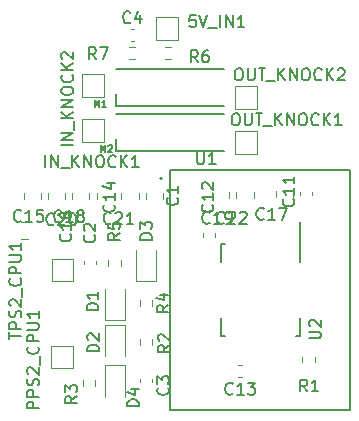
<source format=gto>
G04 #@! TF.GenerationSoftware,KiCad,Pcbnew,7.0.9-7.0.9~ubuntu22.04.1*
G04 #@! TF.CreationDate,2023-12-29T17:38:48+00:00*
G04 #@! TF.ProjectId,driver_test,64726976-6572-45f7-9465-73742e6b6963,rev?*
G04 #@! TF.SameCoordinates,Original*
G04 #@! TF.FileFunction,Legend,Top*
G04 #@! TF.FilePolarity,Positive*
%FSLAX46Y46*%
G04 Gerber Fmt 4.6, Leading zero omitted, Abs format (unit mm)*
G04 Created by KiCad (PCBNEW 7.0.9-7.0.9~ubuntu22.04.1) date 2023-12-29 17:38:48*
%MOMM*%
%LPD*%
G01*
G04 APERTURE LIST*
%ADD10C,0.150000*%
%ADD11C,0.120000*%
%ADD12C,0.200000*%
%ADD13C,0.127000*%
G04 APERTURE END LIST*
D10*
X25873333Y1605181D02*
X25540000Y2081372D01*
X25301905Y1605181D02*
X25301905Y2605181D01*
X25301905Y2605181D02*
X25682857Y2605181D01*
X25682857Y2605181D02*
X25778095Y2557562D01*
X25778095Y2557562D02*
X25825714Y2509943D01*
X25825714Y2509943D02*
X25873333Y2414705D01*
X25873333Y2414705D02*
X25873333Y2271848D01*
X25873333Y2271848D02*
X25825714Y2176610D01*
X25825714Y2176610D02*
X25778095Y2128991D01*
X25778095Y2128991D02*
X25682857Y2081372D01*
X25682857Y2081372D02*
X25301905Y2081372D01*
X26825714Y1605181D02*
X26254286Y1605181D01*
X26540000Y1605181D02*
X26540000Y2605181D01*
X26540000Y2605181D02*
X26444762Y2462324D01*
X26444762Y2462324D02*
X26349524Y2367086D01*
X26349524Y2367086D02*
X26254286Y2319467D01*
X6056819Y22437430D02*
X5056819Y22437430D01*
X6056819Y22913620D02*
X5056819Y22913620D01*
X5056819Y22913620D02*
X6056819Y23485048D01*
X6056819Y23485048D02*
X5056819Y23485048D01*
X6152057Y23723143D02*
X6152057Y24485048D01*
X6056819Y24723144D02*
X5056819Y24723144D01*
X6056819Y25294572D02*
X5485390Y24866001D01*
X5056819Y25294572D02*
X5628247Y24723144D01*
X6056819Y25723144D02*
X5056819Y25723144D01*
X5056819Y25723144D02*
X6056819Y26294572D01*
X6056819Y26294572D02*
X5056819Y26294572D01*
X5056819Y26961239D02*
X5056819Y27151715D01*
X5056819Y27151715D02*
X5104438Y27246953D01*
X5104438Y27246953D02*
X5199676Y27342191D01*
X5199676Y27342191D02*
X5390152Y27389810D01*
X5390152Y27389810D02*
X5723485Y27389810D01*
X5723485Y27389810D02*
X5913961Y27342191D01*
X5913961Y27342191D02*
X6009200Y27246953D01*
X6009200Y27246953D02*
X6056819Y27151715D01*
X6056819Y27151715D02*
X6056819Y26961239D01*
X6056819Y26961239D02*
X6009200Y26866001D01*
X6009200Y26866001D02*
X5913961Y26770763D01*
X5913961Y26770763D02*
X5723485Y26723144D01*
X5723485Y26723144D02*
X5390152Y26723144D01*
X5390152Y26723144D02*
X5199676Y26770763D01*
X5199676Y26770763D02*
X5104438Y26866001D01*
X5104438Y26866001D02*
X5056819Y26961239D01*
X5961580Y28389810D02*
X6009200Y28342191D01*
X6009200Y28342191D02*
X6056819Y28199334D01*
X6056819Y28199334D02*
X6056819Y28104096D01*
X6056819Y28104096D02*
X6009200Y27961239D01*
X6009200Y27961239D02*
X5913961Y27866001D01*
X5913961Y27866001D02*
X5818723Y27818382D01*
X5818723Y27818382D02*
X5628247Y27770763D01*
X5628247Y27770763D02*
X5485390Y27770763D01*
X5485390Y27770763D02*
X5294914Y27818382D01*
X5294914Y27818382D02*
X5199676Y27866001D01*
X5199676Y27866001D02*
X5104438Y27961239D01*
X5104438Y27961239D02*
X5056819Y28104096D01*
X5056819Y28104096D02*
X5056819Y28199334D01*
X5056819Y28199334D02*
X5104438Y28342191D01*
X5104438Y28342191D02*
X5152057Y28389810D01*
X6056819Y28818382D02*
X5056819Y28818382D01*
X6056819Y29389810D02*
X5485390Y28961239D01*
X5056819Y29389810D02*
X5628247Y28818382D01*
X5152057Y29770763D02*
X5104438Y29818382D01*
X5104438Y29818382D02*
X5056819Y29913620D01*
X5056819Y29913620D02*
X5056819Y30151715D01*
X5056819Y30151715D02*
X5104438Y30246953D01*
X5104438Y30246953D02*
X5152057Y30294572D01*
X5152057Y30294572D02*
X5247295Y30342191D01*
X5247295Y30342191D02*
X5342533Y30342191D01*
X5342533Y30342191D02*
X5485390Y30294572D01*
X5485390Y30294572D02*
X6056819Y29723144D01*
X6056819Y29723144D02*
X6056819Y30342191D01*
X4417142Y15765420D02*
X4369523Y15717800D01*
X4369523Y15717800D02*
X4226666Y15670181D01*
X4226666Y15670181D02*
X4131428Y15670181D01*
X4131428Y15670181D02*
X3988571Y15717800D01*
X3988571Y15717800D02*
X3893333Y15813039D01*
X3893333Y15813039D02*
X3845714Y15908277D01*
X3845714Y15908277D02*
X3798095Y16098753D01*
X3798095Y16098753D02*
X3798095Y16241610D01*
X3798095Y16241610D02*
X3845714Y16432086D01*
X3845714Y16432086D02*
X3893333Y16527324D01*
X3893333Y16527324D02*
X3988571Y16622562D01*
X3988571Y16622562D02*
X4131428Y16670181D01*
X4131428Y16670181D02*
X4226666Y16670181D01*
X4226666Y16670181D02*
X4369523Y16622562D01*
X4369523Y16622562D02*
X4417142Y16574943D01*
X4798095Y16574943D02*
X4845714Y16622562D01*
X4845714Y16622562D02*
X4940952Y16670181D01*
X4940952Y16670181D02*
X5179047Y16670181D01*
X5179047Y16670181D02*
X5274285Y16622562D01*
X5274285Y16622562D02*
X5321904Y16574943D01*
X5321904Y16574943D02*
X5369523Y16479705D01*
X5369523Y16479705D02*
X5369523Y16384467D01*
X5369523Y16384467D02*
X5321904Y16241610D01*
X5321904Y16241610D02*
X4750476Y15670181D01*
X4750476Y15670181D02*
X5369523Y15670181D01*
X5988571Y16670181D02*
X6083809Y16670181D01*
X6083809Y16670181D02*
X6179047Y16622562D01*
X6179047Y16622562D02*
X6226666Y16574943D01*
X6226666Y16574943D02*
X6274285Y16479705D01*
X6274285Y16479705D02*
X6321904Y16289229D01*
X6321904Y16289229D02*
X6321904Y16051134D01*
X6321904Y16051134D02*
X6274285Y15860658D01*
X6274285Y15860658D02*
X6226666Y15765420D01*
X6226666Y15765420D02*
X6179047Y15717800D01*
X6179047Y15717800D02*
X6083809Y15670181D01*
X6083809Y15670181D02*
X5988571Y15670181D01*
X5988571Y15670181D02*
X5893333Y15717800D01*
X5893333Y15717800D02*
X5845714Y15765420D01*
X5845714Y15765420D02*
X5798095Y15860658D01*
X5798095Y15860658D02*
X5750476Y16051134D01*
X5750476Y16051134D02*
X5750476Y16289229D01*
X5750476Y16289229D02*
X5798095Y16479705D01*
X5798095Y16479705D02*
X5845714Y16574943D01*
X5845714Y16574943D02*
X5893333Y16622562D01*
X5893333Y16622562D02*
X5988571Y16670181D01*
X5057142Y16020420D02*
X5009523Y15972800D01*
X5009523Y15972800D02*
X4866666Y15925181D01*
X4866666Y15925181D02*
X4771428Y15925181D01*
X4771428Y15925181D02*
X4628571Y15972800D01*
X4628571Y15972800D02*
X4533333Y16068039D01*
X4533333Y16068039D02*
X4485714Y16163277D01*
X4485714Y16163277D02*
X4438095Y16353753D01*
X4438095Y16353753D02*
X4438095Y16496610D01*
X4438095Y16496610D02*
X4485714Y16687086D01*
X4485714Y16687086D02*
X4533333Y16782324D01*
X4533333Y16782324D02*
X4628571Y16877562D01*
X4628571Y16877562D02*
X4771428Y16925181D01*
X4771428Y16925181D02*
X4866666Y16925181D01*
X4866666Y16925181D02*
X5009523Y16877562D01*
X5009523Y16877562D02*
X5057142Y16829943D01*
X6009523Y15925181D02*
X5438095Y15925181D01*
X5723809Y15925181D02*
X5723809Y16925181D01*
X5723809Y16925181D02*
X5628571Y16782324D01*
X5628571Y16782324D02*
X5533333Y16687086D01*
X5533333Y16687086D02*
X5438095Y16639467D01*
X6580952Y16496610D02*
X6485714Y16544229D01*
X6485714Y16544229D02*
X6438095Y16591848D01*
X6438095Y16591848D02*
X6390476Y16687086D01*
X6390476Y16687086D02*
X6390476Y16734705D01*
X6390476Y16734705D02*
X6438095Y16829943D01*
X6438095Y16829943D02*
X6485714Y16877562D01*
X6485714Y16877562D02*
X6580952Y16925181D01*
X6580952Y16925181D02*
X6771428Y16925181D01*
X6771428Y16925181D02*
X6866666Y16877562D01*
X6866666Y16877562D02*
X6914285Y16829943D01*
X6914285Y16829943D02*
X6961904Y16734705D01*
X6961904Y16734705D02*
X6961904Y16687086D01*
X6961904Y16687086D02*
X6914285Y16591848D01*
X6914285Y16591848D02*
X6866666Y16544229D01*
X6866666Y16544229D02*
X6771428Y16496610D01*
X6771428Y16496610D02*
X6580952Y16496610D01*
X6580952Y16496610D02*
X6485714Y16448991D01*
X6485714Y16448991D02*
X6438095Y16401372D01*
X6438095Y16401372D02*
X6390476Y16306134D01*
X6390476Y16306134D02*
X6390476Y16115658D01*
X6390476Y16115658D02*
X6438095Y16020420D01*
X6438095Y16020420D02*
X6485714Y15972800D01*
X6485714Y15972800D02*
X6580952Y15925181D01*
X6580952Y15925181D02*
X6771428Y15925181D01*
X6771428Y15925181D02*
X6866666Y15972800D01*
X6866666Y15972800D02*
X6914285Y16020420D01*
X6914285Y16020420D02*
X6961904Y16115658D01*
X6961904Y16115658D02*
X6961904Y16306134D01*
X6961904Y16306134D02*
X6914285Y16401372D01*
X6914285Y16401372D02*
X6866666Y16448991D01*
X6866666Y16448991D02*
X6771428Y16496610D01*
X5814580Y14927143D02*
X5862200Y14879524D01*
X5862200Y14879524D02*
X5909819Y14736667D01*
X5909819Y14736667D02*
X5909819Y14641429D01*
X5909819Y14641429D02*
X5862200Y14498572D01*
X5862200Y14498572D02*
X5766961Y14403334D01*
X5766961Y14403334D02*
X5671723Y14355715D01*
X5671723Y14355715D02*
X5481247Y14308096D01*
X5481247Y14308096D02*
X5338390Y14308096D01*
X5338390Y14308096D02*
X5147914Y14355715D01*
X5147914Y14355715D02*
X5052676Y14403334D01*
X5052676Y14403334D02*
X4957438Y14498572D01*
X4957438Y14498572D02*
X4909819Y14641429D01*
X4909819Y14641429D02*
X4909819Y14736667D01*
X4909819Y14736667D02*
X4957438Y14879524D01*
X4957438Y14879524D02*
X5005057Y14927143D01*
X5909819Y15879524D02*
X5909819Y15308096D01*
X5909819Y15593810D02*
X4909819Y15593810D01*
X4909819Y15593810D02*
X5052676Y15498572D01*
X5052676Y15498572D02*
X5147914Y15403334D01*
X5147914Y15403334D02*
X5195533Y15308096D01*
X4909819Y16736667D02*
X4909819Y16546191D01*
X4909819Y16546191D02*
X4957438Y16450953D01*
X4957438Y16450953D02*
X5005057Y16403334D01*
X5005057Y16403334D02*
X5147914Y16308096D01*
X5147914Y16308096D02*
X5338390Y16260477D01*
X5338390Y16260477D02*
X5719342Y16260477D01*
X5719342Y16260477D02*
X5814580Y16308096D01*
X5814580Y16308096D02*
X5862200Y16355715D01*
X5862200Y16355715D02*
X5909819Y16450953D01*
X5909819Y16450953D02*
X5909819Y16641429D01*
X5909819Y16641429D02*
X5862200Y16736667D01*
X5862200Y16736667D02*
X5814580Y16784286D01*
X5814580Y16784286D02*
X5719342Y16831905D01*
X5719342Y16831905D02*
X5481247Y16831905D01*
X5481247Y16831905D02*
X5386009Y16784286D01*
X5386009Y16784286D02*
X5338390Y16736667D01*
X5338390Y16736667D02*
X5290771Y16641429D01*
X5290771Y16641429D02*
X5290771Y16450953D01*
X5290771Y16450953D02*
X5338390Y16355715D01*
X5338390Y16355715D02*
X5386009Y16308096D01*
X5386009Y16308096D02*
X5481247Y16260477D01*
X16611333Y29467181D02*
X16278000Y29943372D01*
X16039905Y29467181D02*
X16039905Y30467181D01*
X16039905Y30467181D02*
X16420857Y30467181D01*
X16420857Y30467181D02*
X16516095Y30419562D01*
X16516095Y30419562D02*
X16563714Y30371943D01*
X16563714Y30371943D02*
X16611333Y30276705D01*
X16611333Y30276705D02*
X16611333Y30133848D01*
X16611333Y30133848D02*
X16563714Y30038610D01*
X16563714Y30038610D02*
X16516095Y29990991D01*
X16516095Y29990991D02*
X16420857Y29943372D01*
X16420857Y29943372D02*
X16039905Y29943372D01*
X17468476Y30467181D02*
X17278000Y30467181D01*
X17278000Y30467181D02*
X17182762Y30419562D01*
X17182762Y30419562D02*
X17135143Y30371943D01*
X17135143Y30371943D02*
X17039905Y30229086D01*
X17039905Y30229086D02*
X16992286Y30038610D01*
X16992286Y30038610D02*
X16992286Y29657658D01*
X16992286Y29657658D02*
X17039905Y29562420D01*
X17039905Y29562420D02*
X17087524Y29514800D01*
X17087524Y29514800D02*
X17182762Y29467181D01*
X17182762Y29467181D02*
X17373238Y29467181D01*
X17373238Y29467181D02*
X17468476Y29514800D01*
X17468476Y29514800D02*
X17516095Y29562420D01*
X17516095Y29562420D02*
X17563714Y29657658D01*
X17563714Y29657658D02*
X17563714Y29895753D01*
X17563714Y29895753D02*
X17516095Y29990991D01*
X17516095Y29990991D02*
X17468476Y30038610D01*
X17468476Y30038610D02*
X17373238Y30086229D01*
X17373238Y30086229D02*
X17182762Y30086229D01*
X17182762Y30086229D02*
X17087524Y30038610D01*
X17087524Y30038610D02*
X17039905Y29990991D01*
X17039905Y29990991D02*
X16992286Y29895753D01*
X7975333Y29721181D02*
X7642000Y30197372D01*
X7403905Y29721181D02*
X7403905Y30721181D01*
X7403905Y30721181D02*
X7784857Y30721181D01*
X7784857Y30721181D02*
X7880095Y30673562D01*
X7880095Y30673562D02*
X7927714Y30625943D01*
X7927714Y30625943D02*
X7975333Y30530705D01*
X7975333Y30530705D02*
X7975333Y30387848D01*
X7975333Y30387848D02*
X7927714Y30292610D01*
X7927714Y30292610D02*
X7880095Y30244991D01*
X7880095Y30244991D02*
X7784857Y30197372D01*
X7784857Y30197372D02*
X7403905Y30197372D01*
X8308667Y30721181D02*
X8975333Y30721181D01*
X8975333Y30721181D02*
X8546762Y29721181D01*
X14119819Y8923334D02*
X13643628Y8590001D01*
X14119819Y8351906D02*
X13119819Y8351906D01*
X13119819Y8351906D02*
X13119819Y8732858D01*
X13119819Y8732858D02*
X13167438Y8828096D01*
X13167438Y8828096D02*
X13215057Y8875715D01*
X13215057Y8875715D02*
X13310295Y8923334D01*
X13310295Y8923334D02*
X13453152Y8923334D01*
X13453152Y8923334D02*
X13548390Y8875715D01*
X13548390Y8875715D02*
X13596009Y8828096D01*
X13596009Y8828096D02*
X13643628Y8732858D01*
X13643628Y8732858D02*
X13643628Y8351906D01*
X13453152Y9780477D02*
X14119819Y9780477D01*
X13072200Y9542382D02*
X13786485Y9304287D01*
X13786485Y9304287D02*
X13786485Y9923334D01*
X18842142Y15900420D02*
X18794523Y15852800D01*
X18794523Y15852800D02*
X18651666Y15805181D01*
X18651666Y15805181D02*
X18556428Y15805181D01*
X18556428Y15805181D02*
X18413571Y15852800D01*
X18413571Y15852800D02*
X18318333Y15948039D01*
X18318333Y15948039D02*
X18270714Y16043277D01*
X18270714Y16043277D02*
X18223095Y16233753D01*
X18223095Y16233753D02*
X18223095Y16376610D01*
X18223095Y16376610D02*
X18270714Y16567086D01*
X18270714Y16567086D02*
X18318333Y16662324D01*
X18318333Y16662324D02*
X18413571Y16757562D01*
X18413571Y16757562D02*
X18556428Y16805181D01*
X18556428Y16805181D02*
X18651666Y16805181D01*
X18651666Y16805181D02*
X18794523Y16757562D01*
X18794523Y16757562D02*
X18842142Y16709943D01*
X19223095Y16709943D02*
X19270714Y16757562D01*
X19270714Y16757562D02*
X19365952Y16805181D01*
X19365952Y16805181D02*
X19604047Y16805181D01*
X19604047Y16805181D02*
X19699285Y16757562D01*
X19699285Y16757562D02*
X19746904Y16709943D01*
X19746904Y16709943D02*
X19794523Y16614705D01*
X19794523Y16614705D02*
X19794523Y16519467D01*
X19794523Y16519467D02*
X19746904Y16376610D01*
X19746904Y16376610D02*
X19175476Y15805181D01*
X19175476Y15805181D02*
X19794523Y15805181D01*
X20175476Y16709943D02*
X20223095Y16757562D01*
X20223095Y16757562D02*
X20318333Y16805181D01*
X20318333Y16805181D02*
X20556428Y16805181D01*
X20556428Y16805181D02*
X20651666Y16757562D01*
X20651666Y16757562D02*
X20699285Y16709943D01*
X20699285Y16709943D02*
X20746904Y16614705D01*
X20746904Y16614705D02*
X20746904Y16519467D01*
X20746904Y16519467D02*
X20699285Y16376610D01*
X20699285Y16376610D02*
X20127857Y15805181D01*
X20127857Y15805181D02*
X20746904Y15805181D01*
X7875541Y25685229D02*
X7875541Y26285229D01*
X7875541Y26285229D02*
X8075541Y25856658D01*
X8075541Y25856658D02*
X8275541Y26285229D01*
X8275541Y26285229D02*
X8275541Y25685229D01*
X8875540Y25685229D02*
X8532683Y25685229D01*
X8704112Y25685229D02*
X8704112Y26285229D01*
X8704112Y26285229D02*
X8646969Y26199515D01*
X8646969Y26199515D02*
X8589826Y26142372D01*
X8589826Y26142372D02*
X8532683Y26113800D01*
X3705429Y20577181D02*
X3705429Y21577181D01*
X4181619Y20577181D02*
X4181619Y21577181D01*
X4181619Y21577181D02*
X4753047Y20577181D01*
X4753047Y20577181D02*
X4753047Y21577181D01*
X4991143Y20481943D02*
X5753047Y20481943D01*
X5991143Y20577181D02*
X5991143Y21577181D01*
X6562571Y20577181D02*
X6134000Y21148610D01*
X6562571Y21577181D02*
X5991143Y21005753D01*
X6991143Y20577181D02*
X6991143Y21577181D01*
X6991143Y21577181D02*
X7562571Y20577181D01*
X7562571Y20577181D02*
X7562571Y21577181D01*
X8229238Y21577181D02*
X8419714Y21577181D01*
X8419714Y21577181D02*
X8514952Y21529562D01*
X8514952Y21529562D02*
X8610190Y21434324D01*
X8610190Y21434324D02*
X8657809Y21243848D01*
X8657809Y21243848D02*
X8657809Y20910515D01*
X8657809Y20910515D02*
X8610190Y20720039D01*
X8610190Y20720039D02*
X8514952Y20624800D01*
X8514952Y20624800D02*
X8419714Y20577181D01*
X8419714Y20577181D02*
X8229238Y20577181D01*
X8229238Y20577181D02*
X8134000Y20624800D01*
X8134000Y20624800D02*
X8038762Y20720039D01*
X8038762Y20720039D02*
X7991143Y20910515D01*
X7991143Y20910515D02*
X7991143Y21243848D01*
X7991143Y21243848D02*
X8038762Y21434324D01*
X8038762Y21434324D02*
X8134000Y21529562D01*
X8134000Y21529562D02*
X8229238Y21577181D01*
X9657809Y20672420D02*
X9610190Y20624800D01*
X9610190Y20624800D02*
X9467333Y20577181D01*
X9467333Y20577181D02*
X9372095Y20577181D01*
X9372095Y20577181D02*
X9229238Y20624800D01*
X9229238Y20624800D02*
X9134000Y20720039D01*
X9134000Y20720039D02*
X9086381Y20815277D01*
X9086381Y20815277D02*
X9038762Y21005753D01*
X9038762Y21005753D02*
X9038762Y21148610D01*
X9038762Y21148610D02*
X9086381Y21339086D01*
X9086381Y21339086D02*
X9134000Y21434324D01*
X9134000Y21434324D02*
X9229238Y21529562D01*
X9229238Y21529562D02*
X9372095Y21577181D01*
X9372095Y21577181D02*
X9467333Y21577181D01*
X9467333Y21577181D02*
X9610190Y21529562D01*
X9610190Y21529562D02*
X9657809Y21481943D01*
X10086381Y20577181D02*
X10086381Y21577181D01*
X10657809Y20577181D02*
X10229238Y21148610D01*
X10657809Y21577181D02*
X10086381Y21005753D01*
X11610190Y20577181D02*
X11038762Y20577181D01*
X11324476Y20577181D02*
X11324476Y21577181D01*
X11324476Y21577181D02*
X11229238Y21434324D01*
X11229238Y21434324D02*
X11134000Y21339086D01*
X11134000Y21339086D02*
X11038762Y21291467D01*
X12719819Y14461906D02*
X11719819Y14461906D01*
X11719819Y14461906D02*
X11719819Y14700001D01*
X11719819Y14700001D02*
X11767438Y14842858D01*
X11767438Y14842858D02*
X11862676Y14938096D01*
X11862676Y14938096D02*
X11957914Y14985715D01*
X11957914Y14985715D02*
X12148390Y15033334D01*
X12148390Y15033334D02*
X12291247Y15033334D01*
X12291247Y15033334D02*
X12481723Y14985715D01*
X12481723Y14985715D02*
X12576961Y14938096D01*
X12576961Y14938096D02*
X12672200Y14842858D01*
X12672200Y14842858D02*
X12719819Y14700001D01*
X12719819Y14700001D02*
X12719819Y14461906D01*
X11719819Y15366668D02*
X11719819Y15985715D01*
X11719819Y15985715D02*
X12100771Y15652382D01*
X12100771Y15652382D02*
X12100771Y15795239D01*
X12100771Y15795239D02*
X12148390Y15890477D01*
X12148390Y15890477D02*
X12196009Y15938096D01*
X12196009Y15938096D02*
X12291247Y15985715D01*
X12291247Y15985715D02*
X12529342Y15985715D01*
X12529342Y15985715D02*
X12624580Y15938096D01*
X12624580Y15938096D02*
X12672200Y15890477D01*
X12672200Y15890477D02*
X12719819Y15795239D01*
X12719819Y15795239D02*
X12719819Y15509525D01*
X12719819Y15509525D02*
X12672200Y15414287D01*
X12672200Y15414287D02*
X12624580Y15366668D01*
X8259819Y4991906D02*
X7259819Y4991906D01*
X7259819Y4991906D02*
X7259819Y5230001D01*
X7259819Y5230001D02*
X7307438Y5372858D01*
X7307438Y5372858D02*
X7402676Y5468096D01*
X7402676Y5468096D02*
X7497914Y5515715D01*
X7497914Y5515715D02*
X7688390Y5563334D01*
X7688390Y5563334D02*
X7831247Y5563334D01*
X7831247Y5563334D02*
X8021723Y5515715D01*
X8021723Y5515715D02*
X8116961Y5468096D01*
X8116961Y5468096D02*
X8212200Y5372858D01*
X8212200Y5372858D02*
X8259819Y5230001D01*
X8259819Y5230001D02*
X8259819Y4991906D01*
X7355057Y5944287D02*
X7307438Y5991906D01*
X7307438Y5991906D02*
X7259819Y6087144D01*
X7259819Y6087144D02*
X7259819Y6325239D01*
X7259819Y6325239D02*
X7307438Y6420477D01*
X7307438Y6420477D02*
X7355057Y6468096D01*
X7355057Y6468096D02*
X7450295Y6515715D01*
X7450295Y6515715D02*
X7545533Y6515715D01*
X7545533Y6515715D02*
X7688390Y6468096D01*
X7688390Y6468096D02*
X8259819Y5896668D01*
X8259819Y5896668D02*
X8259819Y6515715D01*
X19562142Y1425420D02*
X19514523Y1377800D01*
X19514523Y1377800D02*
X19371666Y1330181D01*
X19371666Y1330181D02*
X19276428Y1330181D01*
X19276428Y1330181D02*
X19133571Y1377800D01*
X19133571Y1377800D02*
X19038333Y1473039D01*
X19038333Y1473039D02*
X18990714Y1568277D01*
X18990714Y1568277D02*
X18943095Y1758753D01*
X18943095Y1758753D02*
X18943095Y1901610D01*
X18943095Y1901610D02*
X18990714Y2092086D01*
X18990714Y2092086D02*
X19038333Y2187324D01*
X19038333Y2187324D02*
X19133571Y2282562D01*
X19133571Y2282562D02*
X19276428Y2330181D01*
X19276428Y2330181D02*
X19371666Y2330181D01*
X19371666Y2330181D02*
X19514523Y2282562D01*
X19514523Y2282562D02*
X19562142Y2234943D01*
X20514523Y1330181D02*
X19943095Y1330181D01*
X20228809Y1330181D02*
X20228809Y2330181D01*
X20228809Y2330181D02*
X20133571Y2187324D01*
X20133571Y2187324D02*
X20038333Y2092086D01*
X20038333Y2092086D02*
X19943095Y2044467D01*
X20847857Y2330181D02*
X21466904Y2330181D01*
X21466904Y2330181D02*
X21133571Y1949229D01*
X21133571Y1949229D02*
X21276428Y1949229D01*
X21276428Y1949229D02*
X21371666Y1901610D01*
X21371666Y1901610D02*
X21419285Y1853991D01*
X21419285Y1853991D02*
X21466904Y1758753D01*
X21466904Y1758753D02*
X21466904Y1520658D01*
X21466904Y1520658D02*
X21419285Y1425420D01*
X21419285Y1425420D02*
X21371666Y1377800D01*
X21371666Y1377800D02*
X21276428Y1330181D01*
X21276428Y1330181D02*
X20990714Y1330181D01*
X20990714Y1330181D02*
X20895476Y1377800D01*
X20895476Y1377800D02*
X20847857Y1425420D01*
X19739238Y25133181D02*
X19929714Y25133181D01*
X19929714Y25133181D02*
X20024952Y25085562D01*
X20024952Y25085562D02*
X20120190Y24990324D01*
X20120190Y24990324D02*
X20167809Y24799848D01*
X20167809Y24799848D02*
X20167809Y24466515D01*
X20167809Y24466515D02*
X20120190Y24276039D01*
X20120190Y24276039D02*
X20024952Y24180800D01*
X20024952Y24180800D02*
X19929714Y24133181D01*
X19929714Y24133181D02*
X19739238Y24133181D01*
X19739238Y24133181D02*
X19644000Y24180800D01*
X19644000Y24180800D02*
X19548762Y24276039D01*
X19548762Y24276039D02*
X19501143Y24466515D01*
X19501143Y24466515D02*
X19501143Y24799848D01*
X19501143Y24799848D02*
X19548762Y24990324D01*
X19548762Y24990324D02*
X19644000Y25085562D01*
X19644000Y25085562D02*
X19739238Y25133181D01*
X20596381Y25133181D02*
X20596381Y24323658D01*
X20596381Y24323658D02*
X20644000Y24228420D01*
X20644000Y24228420D02*
X20691619Y24180800D01*
X20691619Y24180800D02*
X20786857Y24133181D01*
X20786857Y24133181D02*
X20977333Y24133181D01*
X20977333Y24133181D02*
X21072571Y24180800D01*
X21072571Y24180800D02*
X21120190Y24228420D01*
X21120190Y24228420D02*
X21167809Y24323658D01*
X21167809Y24323658D02*
X21167809Y25133181D01*
X21501143Y25133181D02*
X22072571Y25133181D01*
X21786857Y24133181D02*
X21786857Y25133181D01*
X22167810Y24037943D02*
X22929714Y24037943D01*
X23167810Y24133181D02*
X23167810Y25133181D01*
X23739238Y24133181D02*
X23310667Y24704610D01*
X23739238Y25133181D02*
X23167810Y24561753D01*
X24167810Y24133181D02*
X24167810Y25133181D01*
X24167810Y25133181D02*
X24739238Y24133181D01*
X24739238Y24133181D02*
X24739238Y25133181D01*
X25405905Y25133181D02*
X25596381Y25133181D01*
X25596381Y25133181D02*
X25691619Y25085562D01*
X25691619Y25085562D02*
X25786857Y24990324D01*
X25786857Y24990324D02*
X25834476Y24799848D01*
X25834476Y24799848D02*
X25834476Y24466515D01*
X25834476Y24466515D02*
X25786857Y24276039D01*
X25786857Y24276039D02*
X25691619Y24180800D01*
X25691619Y24180800D02*
X25596381Y24133181D01*
X25596381Y24133181D02*
X25405905Y24133181D01*
X25405905Y24133181D02*
X25310667Y24180800D01*
X25310667Y24180800D02*
X25215429Y24276039D01*
X25215429Y24276039D02*
X25167810Y24466515D01*
X25167810Y24466515D02*
X25167810Y24799848D01*
X25167810Y24799848D02*
X25215429Y24990324D01*
X25215429Y24990324D02*
X25310667Y25085562D01*
X25310667Y25085562D02*
X25405905Y25133181D01*
X26834476Y24228420D02*
X26786857Y24180800D01*
X26786857Y24180800D02*
X26644000Y24133181D01*
X26644000Y24133181D02*
X26548762Y24133181D01*
X26548762Y24133181D02*
X26405905Y24180800D01*
X26405905Y24180800D02*
X26310667Y24276039D01*
X26310667Y24276039D02*
X26263048Y24371277D01*
X26263048Y24371277D02*
X26215429Y24561753D01*
X26215429Y24561753D02*
X26215429Y24704610D01*
X26215429Y24704610D02*
X26263048Y24895086D01*
X26263048Y24895086D02*
X26310667Y24990324D01*
X26310667Y24990324D02*
X26405905Y25085562D01*
X26405905Y25085562D02*
X26548762Y25133181D01*
X26548762Y25133181D02*
X26644000Y25133181D01*
X26644000Y25133181D02*
X26786857Y25085562D01*
X26786857Y25085562D02*
X26834476Y25037943D01*
X27263048Y24133181D02*
X27263048Y25133181D01*
X27834476Y24133181D02*
X27405905Y24704610D01*
X27834476Y25133181D02*
X27263048Y24561753D01*
X28786857Y24133181D02*
X28215429Y24133181D01*
X28501143Y24133181D02*
X28501143Y25133181D01*
X28501143Y25133181D02*
X28405905Y24990324D01*
X28405905Y24990324D02*
X28310667Y24895086D01*
X28310667Y24895086D02*
X28215429Y24847467D01*
X7854580Y14843334D02*
X7902200Y14795715D01*
X7902200Y14795715D02*
X7949819Y14652858D01*
X7949819Y14652858D02*
X7949819Y14557620D01*
X7949819Y14557620D02*
X7902200Y14414763D01*
X7902200Y14414763D02*
X7806961Y14319525D01*
X7806961Y14319525D02*
X7711723Y14271906D01*
X7711723Y14271906D02*
X7521247Y14224287D01*
X7521247Y14224287D02*
X7378390Y14224287D01*
X7378390Y14224287D02*
X7187914Y14271906D01*
X7187914Y14271906D02*
X7092676Y14319525D01*
X7092676Y14319525D02*
X6997438Y14414763D01*
X6997438Y14414763D02*
X6949819Y14557620D01*
X6949819Y14557620D02*
X6949819Y14652858D01*
X6949819Y14652858D02*
X6997438Y14795715D01*
X6997438Y14795715D02*
X7045057Y14843334D01*
X7045057Y15224287D02*
X6997438Y15271906D01*
X6997438Y15271906D02*
X6949819Y15367144D01*
X6949819Y15367144D02*
X6949819Y15605239D01*
X6949819Y15605239D02*
X6997438Y15700477D01*
X6997438Y15700477D02*
X7045057Y15748096D01*
X7045057Y15748096D02*
X7140295Y15795715D01*
X7140295Y15795715D02*
X7235533Y15795715D01*
X7235533Y15795715D02*
X7378390Y15748096D01*
X7378390Y15748096D02*
X7949819Y15176668D01*
X7949819Y15176668D02*
X7949819Y15795715D01*
X8383541Y21875229D02*
X8383541Y22475229D01*
X8383541Y22475229D02*
X8583541Y22046658D01*
X8583541Y22046658D02*
X8783541Y22475229D01*
X8783541Y22475229D02*
X8783541Y21875229D01*
X9040683Y22418086D02*
X9069255Y22446658D01*
X9069255Y22446658D02*
X9126398Y22475229D01*
X9126398Y22475229D02*
X9269255Y22475229D01*
X9269255Y22475229D02*
X9326398Y22446658D01*
X9326398Y22446658D02*
X9354969Y22418086D01*
X9354969Y22418086D02*
X9383540Y22360943D01*
X9383540Y22360943D02*
X9383540Y22303800D01*
X9383540Y22303800D02*
X9354969Y22218086D01*
X9354969Y22218086D02*
X9012112Y21875229D01*
X9012112Y21875229D02*
X9383540Y21875229D01*
X19993238Y28943181D02*
X20183714Y28943181D01*
X20183714Y28943181D02*
X20278952Y28895562D01*
X20278952Y28895562D02*
X20374190Y28800324D01*
X20374190Y28800324D02*
X20421809Y28609848D01*
X20421809Y28609848D02*
X20421809Y28276515D01*
X20421809Y28276515D02*
X20374190Y28086039D01*
X20374190Y28086039D02*
X20278952Y27990800D01*
X20278952Y27990800D02*
X20183714Y27943181D01*
X20183714Y27943181D02*
X19993238Y27943181D01*
X19993238Y27943181D02*
X19898000Y27990800D01*
X19898000Y27990800D02*
X19802762Y28086039D01*
X19802762Y28086039D02*
X19755143Y28276515D01*
X19755143Y28276515D02*
X19755143Y28609848D01*
X19755143Y28609848D02*
X19802762Y28800324D01*
X19802762Y28800324D02*
X19898000Y28895562D01*
X19898000Y28895562D02*
X19993238Y28943181D01*
X20850381Y28943181D02*
X20850381Y28133658D01*
X20850381Y28133658D02*
X20898000Y28038420D01*
X20898000Y28038420D02*
X20945619Y27990800D01*
X20945619Y27990800D02*
X21040857Y27943181D01*
X21040857Y27943181D02*
X21231333Y27943181D01*
X21231333Y27943181D02*
X21326571Y27990800D01*
X21326571Y27990800D02*
X21374190Y28038420D01*
X21374190Y28038420D02*
X21421809Y28133658D01*
X21421809Y28133658D02*
X21421809Y28943181D01*
X21755143Y28943181D02*
X22326571Y28943181D01*
X22040857Y27943181D02*
X22040857Y28943181D01*
X22421810Y27847943D02*
X23183714Y27847943D01*
X23421810Y27943181D02*
X23421810Y28943181D01*
X23993238Y27943181D02*
X23564667Y28514610D01*
X23993238Y28943181D02*
X23421810Y28371753D01*
X24421810Y27943181D02*
X24421810Y28943181D01*
X24421810Y28943181D02*
X24993238Y27943181D01*
X24993238Y27943181D02*
X24993238Y28943181D01*
X25659905Y28943181D02*
X25850381Y28943181D01*
X25850381Y28943181D02*
X25945619Y28895562D01*
X25945619Y28895562D02*
X26040857Y28800324D01*
X26040857Y28800324D02*
X26088476Y28609848D01*
X26088476Y28609848D02*
X26088476Y28276515D01*
X26088476Y28276515D02*
X26040857Y28086039D01*
X26040857Y28086039D02*
X25945619Y27990800D01*
X25945619Y27990800D02*
X25850381Y27943181D01*
X25850381Y27943181D02*
X25659905Y27943181D01*
X25659905Y27943181D02*
X25564667Y27990800D01*
X25564667Y27990800D02*
X25469429Y28086039D01*
X25469429Y28086039D02*
X25421810Y28276515D01*
X25421810Y28276515D02*
X25421810Y28609848D01*
X25421810Y28609848D02*
X25469429Y28800324D01*
X25469429Y28800324D02*
X25564667Y28895562D01*
X25564667Y28895562D02*
X25659905Y28943181D01*
X27088476Y28038420D02*
X27040857Y27990800D01*
X27040857Y27990800D02*
X26898000Y27943181D01*
X26898000Y27943181D02*
X26802762Y27943181D01*
X26802762Y27943181D02*
X26659905Y27990800D01*
X26659905Y27990800D02*
X26564667Y28086039D01*
X26564667Y28086039D02*
X26517048Y28181277D01*
X26517048Y28181277D02*
X26469429Y28371753D01*
X26469429Y28371753D02*
X26469429Y28514610D01*
X26469429Y28514610D02*
X26517048Y28705086D01*
X26517048Y28705086D02*
X26564667Y28800324D01*
X26564667Y28800324D02*
X26659905Y28895562D01*
X26659905Y28895562D02*
X26802762Y28943181D01*
X26802762Y28943181D02*
X26898000Y28943181D01*
X26898000Y28943181D02*
X27040857Y28895562D01*
X27040857Y28895562D02*
X27088476Y28847943D01*
X27517048Y27943181D02*
X27517048Y28943181D01*
X28088476Y27943181D02*
X27659905Y28514610D01*
X28088476Y28943181D02*
X27517048Y28371753D01*
X28469429Y28847943D02*
X28517048Y28895562D01*
X28517048Y28895562D02*
X28612286Y28943181D01*
X28612286Y28943181D02*
X28850381Y28943181D01*
X28850381Y28943181D02*
X28945619Y28895562D01*
X28945619Y28895562D02*
X28993238Y28847943D01*
X28993238Y28847943D02*
X29040857Y28752705D01*
X29040857Y28752705D02*
X29040857Y28657467D01*
X29040857Y28657467D02*
X28993238Y28514610D01*
X28993238Y28514610D02*
X28421810Y27943181D01*
X28421810Y27943181D02*
X29040857Y27943181D01*
X1627142Y16070420D02*
X1579523Y16022800D01*
X1579523Y16022800D02*
X1436666Y15975181D01*
X1436666Y15975181D02*
X1341428Y15975181D01*
X1341428Y15975181D02*
X1198571Y16022800D01*
X1198571Y16022800D02*
X1103333Y16118039D01*
X1103333Y16118039D02*
X1055714Y16213277D01*
X1055714Y16213277D02*
X1008095Y16403753D01*
X1008095Y16403753D02*
X1008095Y16546610D01*
X1008095Y16546610D02*
X1055714Y16737086D01*
X1055714Y16737086D02*
X1103333Y16832324D01*
X1103333Y16832324D02*
X1198571Y16927562D01*
X1198571Y16927562D02*
X1341428Y16975181D01*
X1341428Y16975181D02*
X1436666Y16975181D01*
X1436666Y16975181D02*
X1579523Y16927562D01*
X1579523Y16927562D02*
X1627142Y16879943D01*
X2579523Y15975181D02*
X2008095Y15975181D01*
X2293809Y15975181D02*
X2293809Y16975181D01*
X2293809Y16975181D02*
X2198571Y16832324D01*
X2198571Y16832324D02*
X2103333Y16737086D01*
X2103333Y16737086D02*
X2008095Y16689467D01*
X3484285Y16975181D02*
X3008095Y16975181D01*
X3008095Y16975181D02*
X2960476Y16498991D01*
X2960476Y16498991D02*
X3008095Y16546610D01*
X3008095Y16546610D02*
X3103333Y16594229D01*
X3103333Y16594229D02*
X3341428Y16594229D01*
X3341428Y16594229D02*
X3436666Y16546610D01*
X3436666Y16546610D02*
X3484285Y16498991D01*
X3484285Y16498991D02*
X3531904Y16403753D01*
X3531904Y16403753D02*
X3531904Y16165658D01*
X3531904Y16165658D02*
X3484285Y16070420D01*
X3484285Y16070420D02*
X3436666Y16022800D01*
X3436666Y16022800D02*
X3341428Y15975181D01*
X3341428Y15975181D02*
X3103333Y15975181D01*
X3103333Y15975181D02*
X3008095Y16022800D01*
X3008095Y16022800D02*
X2960476Y16070420D01*
X8189819Y8491906D02*
X7189819Y8491906D01*
X7189819Y8491906D02*
X7189819Y8730001D01*
X7189819Y8730001D02*
X7237438Y8872858D01*
X7237438Y8872858D02*
X7332676Y8968096D01*
X7332676Y8968096D02*
X7427914Y9015715D01*
X7427914Y9015715D02*
X7618390Y9063334D01*
X7618390Y9063334D02*
X7761247Y9063334D01*
X7761247Y9063334D02*
X7951723Y9015715D01*
X7951723Y9015715D02*
X8046961Y8968096D01*
X8046961Y8968096D02*
X8142200Y8872858D01*
X8142200Y8872858D02*
X8189819Y8730001D01*
X8189819Y8730001D02*
X8189819Y8491906D01*
X8189819Y10015715D02*
X8189819Y9444287D01*
X8189819Y9730001D02*
X7189819Y9730001D01*
X7189819Y9730001D02*
X7332676Y9634763D01*
X7332676Y9634763D02*
X7427914Y9539525D01*
X7427914Y9539525D02*
X7475533Y9444287D01*
X3154819Y164763D02*
X2154819Y164763D01*
X2154819Y164763D02*
X2154819Y545715D01*
X2154819Y545715D02*
X2202438Y640953D01*
X2202438Y640953D02*
X2250057Y688572D01*
X2250057Y688572D02*
X2345295Y736191D01*
X2345295Y736191D02*
X2488152Y736191D01*
X2488152Y736191D02*
X2583390Y688572D01*
X2583390Y688572D02*
X2631009Y640953D01*
X2631009Y640953D02*
X2678628Y545715D01*
X2678628Y545715D02*
X2678628Y164763D01*
X3154819Y1164763D02*
X2154819Y1164763D01*
X2154819Y1164763D02*
X2154819Y1545715D01*
X2154819Y1545715D02*
X2202438Y1640953D01*
X2202438Y1640953D02*
X2250057Y1688572D01*
X2250057Y1688572D02*
X2345295Y1736191D01*
X2345295Y1736191D02*
X2488152Y1736191D01*
X2488152Y1736191D02*
X2583390Y1688572D01*
X2583390Y1688572D02*
X2631009Y1640953D01*
X2631009Y1640953D02*
X2678628Y1545715D01*
X2678628Y1545715D02*
X2678628Y1164763D01*
X3107200Y2117144D02*
X3154819Y2260001D01*
X3154819Y2260001D02*
X3154819Y2498096D01*
X3154819Y2498096D02*
X3107200Y2593334D01*
X3107200Y2593334D02*
X3059580Y2640953D01*
X3059580Y2640953D02*
X2964342Y2688572D01*
X2964342Y2688572D02*
X2869104Y2688572D01*
X2869104Y2688572D02*
X2773866Y2640953D01*
X2773866Y2640953D02*
X2726247Y2593334D01*
X2726247Y2593334D02*
X2678628Y2498096D01*
X2678628Y2498096D02*
X2631009Y2307620D01*
X2631009Y2307620D02*
X2583390Y2212382D01*
X2583390Y2212382D02*
X2535771Y2164763D01*
X2535771Y2164763D02*
X2440533Y2117144D01*
X2440533Y2117144D02*
X2345295Y2117144D01*
X2345295Y2117144D02*
X2250057Y2164763D01*
X2250057Y2164763D02*
X2202438Y2212382D01*
X2202438Y2212382D02*
X2154819Y2307620D01*
X2154819Y2307620D02*
X2154819Y2545715D01*
X2154819Y2545715D02*
X2202438Y2688572D01*
X2250057Y3069525D02*
X2202438Y3117144D01*
X2202438Y3117144D02*
X2154819Y3212382D01*
X2154819Y3212382D02*
X2154819Y3450477D01*
X2154819Y3450477D02*
X2202438Y3545715D01*
X2202438Y3545715D02*
X2250057Y3593334D01*
X2250057Y3593334D02*
X2345295Y3640953D01*
X2345295Y3640953D02*
X2440533Y3640953D01*
X2440533Y3640953D02*
X2583390Y3593334D01*
X2583390Y3593334D02*
X3154819Y3021906D01*
X3154819Y3021906D02*
X3154819Y3640953D01*
X3250057Y3831429D02*
X3250057Y4593334D01*
X3059580Y5402858D02*
X3107200Y5355239D01*
X3107200Y5355239D02*
X3154819Y5212382D01*
X3154819Y5212382D02*
X3154819Y5117144D01*
X3154819Y5117144D02*
X3107200Y4974287D01*
X3107200Y4974287D02*
X3011961Y4879049D01*
X3011961Y4879049D02*
X2916723Y4831430D01*
X2916723Y4831430D02*
X2726247Y4783811D01*
X2726247Y4783811D02*
X2583390Y4783811D01*
X2583390Y4783811D02*
X2392914Y4831430D01*
X2392914Y4831430D02*
X2297676Y4879049D01*
X2297676Y4879049D02*
X2202438Y4974287D01*
X2202438Y4974287D02*
X2154819Y5117144D01*
X2154819Y5117144D02*
X2154819Y5212382D01*
X2154819Y5212382D02*
X2202438Y5355239D01*
X2202438Y5355239D02*
X2250057Y5402858D01*
X3154819Y5831430D02*
X2154819Y5831430D01*
X2154819Y5831430D02*
X2154819Y6212382D01*
X2154819Y6212382D02*
X2202438Y6307620D01*
X2202438Y6307620D02*
X2250057Y6355239D01*
X2250057Y6355239D02*
X2345295Y6402858D01*
X2345295Y6402858D02*
X2488152Y6402858D01*
X2488152Y6402858D02*
X2583390Y6355239D01*
X2583390Y6355239D02*
X2631009Y6307620D01*
X2631009Y6307620D02*
X2678628Y6212382D01*
X2678628Y6212382D02*
X2678628Y5831430D01*
X2154819Y6831430D02*
X2964342Y6831430D01*
X2964342Y6831430D02*
X3059580Y6879049D01*
X3059580Y6879049D02*
X3107200Y6926668D01*
X3107200Y6926668D02*
X3154819Y7021906D01*
X3154819Y7021906D02*
X3154819Y7212382D01*
X3154819Y7212382D02*
X3107200Y7307620D01*
X3107200Y7307620D02*
X3059580Y7355239D01*
X3059580Y7355239D02*
X2964342Y7402858D01*
X2964342Y7402858D02*
X2154819Y7402858D01*
X3154819Y8402858D02*
X3154819Y7831430D01*
X3154819Y8117144D02*
X2154819Y8117144D01*
X2154819Y8117144D02*
X2297676Y8021906D01*
X2297676Y8021906D02*
X2392914Y7926668D01*
X2392914Y7926668D02*
X2440533Y7831430D01*
X26034819Y6098096D02*
X26844342Y6098096D01*
X26844342Y6098096D02*
X26939580Y6145715D01*
X26939580Y6145715D02*
X26987200Y6193334D01*
X26987200Y6193334D02*
X27034819Y6288572D01*
X27034819Y6288572D02*
X27034819Y6479048D01*
X27034819Y6479048D02*
X26987200Y6574286D01*
X26987200Y6574286D02*
X26939580Y6621905D01*
X26939580Y6621905D02*
X26844342Y6669524D01*
X26844342Y6669524D02*
X26034819Y6669524D01*
X26130057Y7098096D02*
X26082438Y7145715D01*
X26082438Y7145715D02*
X26034819Y7240953D01*
X26034819Y7240953D02*
X26034819Y7479048D01*
X26034819Y7479048D02*
X26082438Y7574286D01*
X26082438Y7574286D02*
X26130057Y7621905D01*
X26130057Y7621905D02*
X26225295Y7669524D01*
X26225295Y7669524D02*
X26320533Y7669524D01*
X26320533Y7669524D02*
X26463390Y7621905D01*
X26463390Y7621905D02*
X27034819Y7050477D01*
X27034819Y7050477D02*
X27034819Y7669524D01*
X14879580Y18013334D02*
X14927200Y17965715D01*
X14927200Y17965715D02*
X14974819Y17822858D01*
X14974819Y17822858D02*
X14974819Y17727620D01*
X14974819Y17727620D02*
X14927200Y17584763D01*
X14927200Y17584763D02*
X14831961Y17489525D01*
X14831961Y17489525D02*
X14736723Y17441906D01*
X14736723Y17441906D02*
X14546247Y17394287D01*
X14546247Y17394287D02*
X14403390Y17394287D01*
X14403390Y17394287D02*
X14212914Y17441906D01*
X14212914Y17441906D02*
X14117676Y17489525D01*
X14117676Y17489525D02*
X14022438Y17584763D01*
X14022438Y17584763D02*
X13974819Y17727620D01*
X13974819Y17727620D02*
X13974819Y17822858D01*
X13974819Y17822858D02*
X14022438Y17965715D01*
X14022438Y17965715D02*
X14070057Y18013334D01*
X14974819Y18965715D02*
X14974819Y18394287D01*
X14974819Y18680001D02*
X13974819Y18680001D01*
X13974819Y18680001D02*
X14117676Y18584763D01*
X14117676Y18584763D02*
X14212914Y18489525D01*
X14212914Y18489525D02*
X14260533Y18394287D01*
X17839580Y17407143D02*
X17887200Y17359524D01*
X17887200Y17359524D02*
X17934819Y17216667D01*
X17934819Y17216667D02*
X17934819Y17121429D01*
X17934819Y17121429D02*
X17887200Y16978572D01*
X17887200Y16978572D02*
X17791961Y16883334D01*
X17791961Y16883334D02*
X17696723Y16835715D01*
X17696723Y16835715D02*
X17506247Y16788096D01*
X17506247Y16788096D02*
X17363390Y16788096D01*
X17363390Y16788096D02*
X17172914Y16835715D01*
X17172914Y16835715D02*
X17077676Y16883334D01*
X17077676Y16883334D02*
X16982438Y16978572D01*
X16982438Y16978572D02*
X16934819Y17121429D01*
X16934819Y17121429D02*
X16934819Y17216667D01*
X16934819Y17216667D02*
X16982438Y17359524D01*
X16982438Y17359524D02*
X17030057Y17407143D01*
X17934819Y18359524D02*
X17934819Y17788096D01*
X17934819Y18073810D02*
X16934819Y18073810D01*
X16934819Y18073810D02*
X17077676Y17978572D01*
X17077676Y17978572D02*
X17172914Y17883334D01*
X17172914Y17883334D02*
X17220533Y17788096D01*
X17030057Y18740477D02*
X16982438Y18788096D01*
X16982438Y18788096D02*
X16934819Y18883334D01*
X16934819Y18883334D02*
X16934819Y19121429D01*
X16934819Y19121429D02*
X16982438Y19216667D01*
X16982438Y19216667D02*
X17030057Y19264286D01*
X17030057Y19264286D02*
X17125295Y19311905D01*
X17125295Y19311905D02*
X17220533Y19311905D01*
X17220533Y19311905D02*
X17363390Y19264286D01*
X17363390Y19264286D02*
X17934819Y18692858D01*
X17934819Y18692858D02*
X17934819Y19311905D01*
X9257142Y15860420D02*
X9209523Y15812800D01*
X9209523Y15812800D02*
X9066666Y15765181D01*
X9066666Y15765181D02*
X8971428Y15765181D01*
X8971428Y15765181D02*
X8828571Y15812800D01*
X8828571Y15812800D02*
X8733333Y15908039D01*
X8733333Y15908039D02*
X8685714Y16003277D01*
X8685714Y16003277D02*
X8638095Y16193753D01*
X8638095Y16193753D02*
X8638095Y16336610D01*
X8638095Y16336610D02*
X8685714Y16527086D01*
X8685714Y16527086D02*
X8733333Y16622324D01*
X8733333Y16622324D02*
X8828571Y16717562D01*
X8828571Y16717562D02*
X8971428Y16765181D01*
X8971428Y16765181D02*
X9066666Y16765181D01*
X9066666Y16765181D02*
X9209523Y16717562D01*
X9209523Y16717562D02*
X9257142Y16669943D01*
X9638095Y16669943D02*
X9685714Y16717562D01*
X9685714Y16717562D02*
X9780952Y16765181D01*
X9780952Y16765181D02*
X10019047Y16765181D01*
X10019047Y16765181D02*
X10114285Y16717562D01*
X10114285Y16717562D02*
X10161904Y16669943D01*
X10161904Y16669943D02*
X10209523Y16574705D01*
X10209523Y16574705D02*
X10209523Y16479467D01*
X10209523Y16479467D02*
X10161904Y16336610D01*
X10161904Y16336610D02*
X9590476Y15765181D01*
X9590476Y15765181D02*
X10209523Y15765181D01*
X11161904Y15765181D02*
X10590476Y15765181D01*
X10876190Y15765181D02*
X10876190Y16765181D01*
X10876190Y16765181D02*
X10780952Y16622324D01*
X10780952Y16622324D02*
X10685714Y16527086D01*
X10685714Y16527086D02*
X10590476Y16479467D01*
X14069580Y1913334D02*
X14117200Y1865715D01*
X14117200Y1865715D02*
X14164819Y1722858D01*
X14164819Y1722858D02*
X14164819Y1627620D01*
X14164819Y1627620D02*
X14117200Y1484763D01*
X14117200Y1484763D02*
X14021961Y1389525D01*
X14021961Y1389525D02*
X13926723Y1341906D01*
X13926723Y1341906D02*
X13736247Y1294287D01*
X13736247Y1294287D02*
X13593390Y1294287D01*
X13593390Y1294287D02*
X13402914Y1341906D01*
X13402914Y1341906D02*
X13307676Y1389525D01*
X13307676Y1389525D02*
X13212438Y1484763D01*
X13212438Y1484763D02*
X13164819Y1627620D01*
X13164819Y1627620D02*
X13164819Y1722858D01*
X13164819Y1722858D02*
X13212438Y1865715D01*
X13212438Y1865715D02*
X13260057Y1913334D01*
X13164819Y2246668D02*
X13164819Y2865715D01*
X13164819Y2865715D02*
X13545771Y2532382D01*
X13545771Y2532382D02*
X13545771Y2675239D01*
X13545771Y2675239D02*
X13593390Y2770477D01*
X13593390Y2770477D02*
X13641009Y2818096D01*
X13641009Y2818096D02*
X13736247Y2865715D01*
X13736247Y2865715D02*
X13974342Y2865715D01*
X13974342Y2865715D02*
X14069580Y2818096D01*
X14069580Y2818096D02*
X14117200Y2770477D01*
X14117200Y2770477D02*
X14164819Y2675239D01*
X14164819Y2675239D02*
X14164819Y2389525D01*
X14164819Y2389525D02*
X14117200Y2294287D01*
X14117200Y2294287D02*
X14069580Y2246668D01*
X14249819Y5513334D02*
X13773628Y5180001D01*
X14249819Y4941906D02*
X13249819Y4941906D01*
X13249819Y4941906D02*
X13249819Y5322858D01*
X13249819Y5322858D02*
X13297438Y5418096D01*
X13297438Y5418096D02*
X13345057Y5465715D01*
X13345057Y5465715D02*
X13440295Y5513334D01*
X13440295Y5513334D02*
X13583152Y5513334D01*
X13583152Y5513334D02*
X13678390Y5465715D01*
X13678390Y5465715D02*
X13726009Y5418096D01*
X13726009Y5418096D02*
X13773628Y5322858D01*
X13773628Y5322858D02*
X13773628Y4941906D01*
X13345057Y5894287D02*
X13297438Y5941906D01*
X13297438Y5941906D02*
X13249819Y6037144D01*
X13249819Y6037144D02*
X13249819Y6275239D01*
X13249819Y6275239D02*
X13297438Y6370477D01*
X13297438Y6370477D02*
X13345057Y6418096D01*
X13345057Y6418096D02*
X13440295Y6465715D01*
X13440295Y6465715D02*
X13535533Y6465715D01*
X13535533Y6465715D02*
X13678390Y6418096D01*
X13678390Y6418096D02*
X14249819Y5846668D01*
X14249819Y5846668D02*
X14249819Y6465715D01*
X9489580Y17412143D02*
X9537200Y17364524D01*
X9537200Y17364524D02*
X9584819Y17221667D01*
X9584819Y17221667D02*
X9584819Y17126429D01*
X9584819Y17126429D02*
X9537200Y16983572D01*
X9537200Y16983572D02*
X9441961Y16888334D01*
X9441961Y16888334D02*
X9346723Y16840715D01*
X9346723Y16840715D02*
X9156247Y16793096D01*
X9156247Y16793096D02*
X9013390Y16793096D01*
X9013390Y16793096D02*
X8822914Y16840715D01*
X8822914Y16840715D02*
X8727676Y16888334D01*
X8727676Y16888334D02*
X8632438Y16983572D01*
X8632438Y16983572D02*
X8584819Y17126429D01*
X8584819Y17126429D02*
X8584819Y17221667D01*
X8584819Y17221667D02*
X8632438Y17364524D01*
X8632438Y17364524D02*
X8680057Y17412143D01*
X9584819Y18364524D02*
X9584819Y17793096D01*
X9584819Y18078810D02*
X8584819Y18078810D01*
X8584819Y18078810D02*
X8727676Y17983572D01*
X8727676Y17983572D02*
X8822914Y17888334D01*
X8822914Y17888334D02*
X8870533Y17793096D01*
X8918152Y19221667D02*
X9584819Y19221667D01*
X8537200Y18983572D02*
X9251485Y18745477D01*
X9251485Y18745477D02*
X9251485Y19364524D01*
X11634819Y351906D02*
X10634819Y351906D01*
X10634819Y351906D02*
X10634819Y590001D01*
X10634819Y590001D02*
X10682438Y732858D01*
X10682438Y732858D02*
X10777676Y828096D01*
X10777676Y828096D02*
X10872914Y875715D01*
X10872914Y875715D02*
X11063390Y923334D01*
X11063390Y923334D02*
X11206247Y923334D01*
X11206247Y923334D02*
X11396723Y875715D01*
X11396723Y875715D02*
X11491961Y828096D01*
X11491961Y828096D02*
X11587200Y732858D01*
X11587200Y732858D02*
X11634819Y590001D01*
X11634819Y590001D02*
X11634819Y351906D01*
X10968152Y1780477D02*
X11634819Y1780477D01*
X10587200Y1542382D02*
X11301485Y1304287D01*
X11301485Y1304287D02*
X11301485Y1923334D01*
X16420476Y33455181D02*
X15944286Y33455181D01*
X15944286Y33455181D02*
X15896667Y32978991D01*
X15896667Y32978991D02*
X15944286Y33026610D01*
X15944286Y33026610D02*
X16039524Y33074229D01*
X16039524Y33074229D02*
X16277619Y33074229D01*
X16277619Y33074229D02*
X16372857Y33026610D01*
X16372857Y33026610D02*
X16420476Y32978991D01*
X16420476Y32978991D02*
X16468095Y32883753D01*
X16468095Y32883753D02*
X16468095Y32645658D01*
X16468095Y32645658D02*
X16420476Y32550420D01*
X16420476Y32550420D02*
X16372857Y32502800D01*
X16372857Y32502800D02*
X16277619Y32455181D01*
X16277619Y32455181D02*
X16039524Y32455181D01*
X16039524Y32455181D02*
X15944286Y32502800D01*
X15944286Y32502800D02*
X15896667Y32550420D01*
X16753810Y33455181D02*
X17087143Y32455181D01*
X17087143Y32455181D02*
X17420476Y33455181D01*
X17515715Y32359943D02*
X18277619Y32359943D01*
X18515715Y32455181D02*
X18515715Y33455181D01*
X18991905Y32455181D02*
X18991905Y33455181D01*
X18991905Y33455181D02*
X19563333Y32455181D01*
X19563333Y32455181D02*
X19563333Y33455181D01*
X20563333Y32455181D02*
X19991905Y32455181D01*
X20277619Y32455181D02*
X20277619Y33455181D01*
X20277619Y33455181D02*
X20182381Y33312324D01*
X20182381Y33312324D02*
X20087143Y33217086D01*
X20087143Y33217086D02*
X19991905Y33169467D01*
X10898333Y32873422D02*
X10850714Y32825802D01*
X10850714Y32825802D02*
X10707857Y32778183D01*
X10707857Y32778183D02*
X10612619Y32778183D01*
X10612619Y32778183D02*
X10469762Y32825802D01*
X10469762Y32825802D02*
X10374524Y32921041D01*
X10374524Y32921041D02*
X10326905Y33016279D01*
X10326905Y33016279D02*
X10279286Y33206755D01*
X10279286Y33206755D02*
X10279286Y33349612D01*
X10279286Y33349612D02*
X10326905Y33540088D01*
X10326905Y33540088D02*
X10374524Y33635326D01*
X10374524Y33635326D02*
X10469762Y33730564D01*
X10469762Y33730564D02*
X10612619Y33778183D01*
X10612619Y33778183D02*
X10707857Y33778183D01*
X10707857Y33778183D02*
X10850714Y33730564D01*
X10850714Y33730564D02*
X10898333Y33682945D01*
X11755476Y33444850D02*
X11755476Y32778183D01*
X11517381Y33825802D02*
X11279286Y33111517D01*
X11279286Y33111517D02*
X11898333Y33111517D01*
X10019819Y14993334D02*
X9543628Y14660001D01*
X10019819Y14421906D02*
X9019819Y14421906D01*
X9019819Y14421906D02*
X9019819Y14802858D01*
X9019819Y14802858D02*
X9067438Y14898096D01*
X9067438Y14898096D02*
X9115057Y14945715D01*
X9115057Y14945715D02*
X9210295Y14993334D01*
X9210295Y14993334D02*
X9353152Y14993334D01*
X9353152Y14993334D02*
X9448390Y14945715D01*
X9448390Y14945715D02*
X9496009Y14898096D01*
X9496009Y14898096D02*
X9543628Y14802858D01*
X9543628Y14802858D02*
X9543628Y14421906D01*
X9019819Y15898096D02*
X9019819Y15421906D01*
X9019819Y15421906D02*
X9496009Y15374287D01*
X9496009Y15374287D02*
X9448390Y15421906D01*
X9448390Y15421906D02*
X9400771Y15517144D01*
X9400771Y15517144D02*
X9400771Y15755239D01*
X9400771Y15755239D02*
X9448390Y15850477D01*
X9448390Y15850477D02*
X9496009Y15898096D01*
X9496009Y15898096D02*
X9591247Y15945715D01*
X9591247Y15945715D02*
X9829342Y15945715D01*
X9829342Y15945715D02*
X9924580Y15898096D01*
X9924580Y15898096D02*
X9972200Y15850477D01*
X9972200Y15850477D02*
X10019819Y15755239D01*
X10019819Y15755239D02*
X10019819Y15517144D01*
X10019819Y15517144D02*
X9972200Y15421906D01*
X9972200Y15421906D02*
X9924580Y15374287D01*
X24694580Y17892143D02*
X24742200Y17844524D01*
X24742200Y17844524D02*
X24789819Y17701667D01*
X24789819Y17701667D02*
X24789819Y17606429D01*
X24789819Y17606429D02*
X24742200Y17463572D01*
X24742200Y17463572D02*
X24646961Y17368334D01*
X24646961Y17368334D02*
X24551723Y17320715D01*
X24551723Y17320715D02*
X24361247Y17273096D01*
X24361247Y17273096D02*
X24218390Y17273096D01*
X24218390Y17273096D02*
X24027914Y17320715D01*
X24027914Y17320715D02*
X23932676Y17368334D01*
X23932676Y17368334D02*
X23837438Y17463572D01*
X23837438Y17463572D02*
X23789819Y17606429D01*
X23789819Y17606429D02*
X23789819Y17701667D01*
X23789819Y17701667D02*
X23837438Y17844524D01*
X23837438Y17844524D02*
X23885057Y17892143D01*
X24789819Y18844524D02*
X24789819Y18273096D01*
X24789819Y18558810D02*
X23789819Y18558810D01*
X23789819Y18558810D02*
X23932676Y18463572D01*
X23932676Y18463572D02*
X24027914Y18368334D01*
X24027914Y18368334D02*
X24075533Y18273096D01*
X24789819Y19796905D02*
X24789819Y19225477D01*
X24789819Y19511191D02*
X23789819Y19511191D01*
X23789819Y19511191D02*
X23932676Y19415953D01*
X23932676Y19415953D02*
X24027914Y19320715D01*
X24027914Y19320715D02*
X24075533Y19225477D01*
X17612142Y15900420D02*
X17564523Y15852800D01*
X17564523Y15852800D02*
X17421666Y15805181D01*
X17421666Y15805181D02*
X17326428Y15805181D01*
X17326428Y15805181D02*
X17183571Y15852800D01*
X17183571Y15852800D02*
X17088333Y15948039D01*
X17088333Y15948039D02*
X17040714Y16043277D01*
X17040714Y16043277D02*
X16993095Y16233753D01*
X16993095Y16233753D02*
X16993095Y16376610D01*
X16993095Y16376610D02*
X17040714Y16567086D01*
X17040714Y16567086D02*
X17088333Y16662324D01*
X17088333Y16662324D02*
X17183571Y16757562D01*
X17183571Y16757562D02*
X17326428Y16805181D01*
X17326428Y16805181D02*
X17421666Y16805181D01*
X17421666Y16805181D02*
X17564523Y16757562D01*
X17564523Y16757562D02*
X17612142Y16709943D01*
X18564523Y15805181D02*
X17993095Y15805181D01*
X18278809Y15805181D02*
X18278809Y16805181D01*
X18278809Y16805181D02*
X18183571Y16662324D01*
X18183571Y16662324D02*
X18088333Y16567086D01*
X18088333Y16567086D02*
X17993095Y16519467D01*
X19040714Y15805181D02*
X19231190Y15805181D01*
X19231190Y15805181D02*
X19326428Y15852800D01*
X19326428Y15852800D02*
X19374047Y15900420D01*
X19374047Y15900420D02*
X19469285Y16043277D01*
X19469285Y16043277D02*
X19516904Y16233753D01*
X19516904Y16233753D02*
X19516904Y16614705D01*
X19516904Y16614705D02*
X19469285Y16709943D01*
X19469285Y16709943D02*
X19421666Y16757562D01*
X19421666Y16757562D02*
X19326428Y16805181D01*
X19326428Y16805181D02*
X19135952Y16805181D01*
X19135952Y16805181D02*
X19040714Y16757562D01*
X19040714Y16757562D02*
X18993095Y16709943D01*
X18993095Y16709943D02*
X18945476Y16614705D01*
X18945476Y16614705D02*
X18945476Y16376610D01*
X18945476Y16376610D02*
X18993095Y16281372D01*
X18993095Y16281372D02*
X19040714Y16233753D01*
X19040714Y16233753D02*
X19135952Y16186134D01*
X19135952Y16186134D02*
X19326428Y16186134D01*
X19326428Y16186134D02*
X19421666Y16233753D01*
X19421666Y16233753D02*
X19469285Y16281372D01*
X19469285Y16281372D02*
X19516904Y16376610D01*
X6374819Y1183334D02*
X5898628Y850001D01*
X6374819Y611906D02*
X5374819Y611906D01*
X5374819Y611906D02*
X5374819Y992858D01*
X5374819Y992858D02*
X5422438Y1088096D01*
X5422438Y1088096D02*
X5470057Y1135715D01*
X5470057Y1135715D02*
X5565295Y1183334D01*
X5565295Y1183334D02*
X5708152Y1183334D01*
X5708152Y1183334D02*
X5803390Y1135715D01*
X5803390Y1135715D02*
X5851009Y1088096D01*
X5851009Y1088096D02*
X5898628Y992858D01*
X5898628Y992858D02*
X5898628Y611906D01*
X5374819Y1516668D02*
X5374819Y2135715D01*
X5374819Y2135715D02*
X5755771Y1802382D01*
X5755771Y1802382D02*
X5755771Y1945239D01*
X5755771Y1945239D02*
X5803390Y2040477D01*
X5803390Y2040477D02*
X5851009Y2088096D01*
X5851009Y2088096D02*
X5946247Y2135715D01*
X5946247Y2135715D02*
X6184342Y2135715D01*
X6184342Y2135715D02*
X6279580Y2088096D01*
X6279580Y2088096D02*
X6327200Y2040477D01*
X6327200Y2040477D02*
X6374819Y1945239D01*
X6374819Y1945239D02*
X6374819Y1659525D01*
X6374819Y1659525D02*
X6327200Y1564287D01*
X6327200Y1564287D02*
X6279580Y1516668D01*
X22197142Y16235420D02*
X22149523Y16187800D01*
X22149523Y16187800D02*
X22006666Y16140181D01*
X22006666Y16140181D02*
X21911428Y16140181D01*
X21911428Y16140181D02*
X21768571Y16187800D01*
X21768571Y16187800D02*
X21673333Y16283039D01*
X21673333Y16283039D02*
X21625714Y16378277D01*
X21625714Y16378277D02*
X21578095Y16568753D01*
X21578095Y16568753D02*
X21578095Y16711610D01*
X21578095Y16711610D02*
X21625714Y16902086D01*
X21625714Y16902086D02*
X21673333Y16997324D01*
X21673333Y16997324D02*
X21768571Y17092562D01*
X21768571Y17092562D02*
X21911428Y17140181D01*
X21911428Y17140181D02*
X22006666Y17140181D01*
X22006666Y17140181D02*
X22149523Y17092562D01*
X22149523Y17092562D02*
X22197142Y17044943D01*
X23149523Y16140181D02*
X22578095Y16140181D01*
X22863809Y16140181D02*
X22863809Y17140181D01*
X22863809Y17140181D02*
X22768571Y16997324D01*
X22768571Y16997324D02*
X22673333Y16902086D01*
X22673333Y16902086D02*
X22578095Y16854467D01*
X23482857Y17140181D02*
X24149523Y17140181D01*
X24149523Y17140181D02*
X23720952Y16140181D01*
X664819Y6020953D02*
X664819Y6592381D01*
X1664819Y6306667D02*
X664819Y6306667D01*
X1664819Y6925715D02*
X664819Y6925715D01*
X664819Y6925715D02*
X664819Y7306667D01*
X664819Y7306667D02*
X712438Y7401905D01*
X712438Y7401905D02*
X760057Y7449524D01*
X760057Y7449524D02*
X855295Y7497143D01*
X855295Y7497143D02*
X998152Y7497143D01*
X998152Y7497143D02*
X1093390Y7449524D01*
X1093390Y7449524D02*
X1141009Y7401905D01*
X1141009Y7401905D02*
X1188628Y7306667D01*
X1188628Y7306667D02*
X1188628Y6925715D01*
X1617200Y7878096D02*
X1664819Y8020953D01*
X1664819Y8020953D02*
X1664819Y8259048D01*
X1664819Y8259048D02*
X1617200Y8354286D01*
X1617200Y8354286D02*
X1569580Y8401905D01*
X1569580Y8401905D02*
X1474342Y8449524D01*
X1474342Y8449524D02*
X1379104Y8449524D01*
X1379104Y8449524D02*
X1283866Y8401905D01*
X1283866Y8401905D02*
X1236247Y8354286D01*
X1236247Y8354286D02*
X1188628Y8259048D01*
X1188628Y8259048D02*
X1141009Y8068572D01*
X1141009Y8068572D02*
X1093390Y7973334D01*
X1093390Y7973334D02*
X1045771Y7925715D01*
X1045771Y7925715D02*
X950533Y7878096D01*
X950533Y7878096D02*
X855295Y7878096D01*
X855295Y7878096D02*
X760057Y7925715D01*
X760057Y7925715D02*
X712438Y7973334D01*
X712438Y7973334D02*
X664819Y8068572D01*
X664819Y8068572D02*
X664819Y8306667D01*
X664819Y8306667D02*
X712438Y8449524D01*
X760057Y8830477D02*
X712438Y8878096D01*
X712438Y8878096D02*
X664819Y8973334D01*
X664819Y8973334D02*
X664819Y9211429D01*
X664819Y9211429D02*
X712438Y9306667D01*
X712438Y9306667D02*
X760057Y9354286D01*
X760057Y9354286D02*
X855295Y9401905D01*
X855295Y9401905D02*
X950533Y9401905D01*
X950533Y9401905D02*
X1093390Y9354286D01*
X1093390Y9354286D02*
X1664819Y8782858D01*
X1664819Y8782858D02*
X1664819Y9401905D01*
X1760057Y9592381D02*
X1760057Y10354286D01*
X1569580Y11163810D02*
X1617200Y11116191D01*
X1617200Y11116191D02*
X1664819Y10973334D01*
X1664819Y10973334D02*
X1664819Y10878096D01*
X1664819Y10878096D02*
X1617200Y10735239D01*
X1617200Y10735239D02*
X1521961Y10640001D01*
X1521961Y10640001D02*
X1426723Y10592382D01*
X1426723Y10592382D02*
X1236247Y10544763D01*
X1236247Y10544763D02*
X1093390Y10544763D01*
X1093390Y10544763D02*
X902914Y10592382D01*
X902914Y10592382D02*
X807676Y10640001D01*
X807676Y10640001D02*
X712438Y10735239D01*
X712438Y10735239D02*
X664819Y10878096D01*
X664819Y10878096D02*
X664819Y10973334D01*
X664819Y10973334D02*
X712438Y11116191D01*
X712438Y11116191D02*
X760057Y11163810D01*
X1664819Y11592382D02*
X664819Y11592382D01*
X664819Y11592382D02*
X664819Y11973334D01*
X664819Y11973334D02*
X712438Y12068572D01*
X712438Y12068572D02*
X760057Y12116191D01*
X760057Y12116191D02*
X855295Y12163810D01*
X855295Y12163810D02*
X998152Y12163810D01*
X998152Y12163810D02*
X1093390Y12116191D01*
X1093390Y12116191D02*
X1141009Y12068572D01*
X1141009Y12068572D02*
X1188628Y11973334D01*
X1188628Y11973334D02*
X1188628Y11592382D01*
X664819Y12592382D02*
X1474342Y12592382D01*
X1474342Y12592382D02*
X1569580Y12640001D01*
X1569580Y12640001D02*
X1617200Y12687620D01*
X1617200Y12687620D02*
X1664819Y12782858D01*
X1664819Y12782858D02*
X1664819Y12973334D01*
X1664819Y12973334D02*
X1617200Y13068572D01*
X1617200Y13068572D02*
X1569580Y13116191D01*
X1569580Y13116191D02*
X1474342Y13163810D01*
X1474342Y13163810D02*
X664819Y13163810D01*
X1664819Y14163810D02*
X1664819Y13592382D01*
X1664819Y13878096D02*
X664819Y13878096D01*
X664819Y13878096D02*
X807676Y13782858D01*
X807676Y13782858D02*
X902914Y13687620D01*
X902914Y13687620D02*
X950533Y13592382D01*
X16548095Y21850181D02*
X16548095Y21040658D01*
X16548095Y21040658D02*
X16595714Y20945420D01*
X16595714Y20945420D02*
X16643333Y20897800D01*
X16643333Y20897800D02*
X16738571Y20850181D01*
X16738571Y20850181D02*
X16929047Y20850181D01*
X16929047Y20850181D02*
X17024285Y20897800D01*
X17024285Y20897800D02*
X17071904Y20945420D01*
X17071904Y20945420D02*
X17119523Y21040658D01*
X17119523Y21040658D02*
X17119523Y21850181D01*
X18119523Y20850181D02*
X17548095Y20850181D01*
X17833809Y20850181D02*
X17833809Y21850181D01*
X17833809Y21850181D02*
X17738571Y21707324D01*
X17738571Y21707324D02*
X17643333Y21612086D01*
X17643333Y21612086D02*
X17548095Y21564467D01*
D11*
G04 #@! TO.C,R1*
X25467500Y4077742D02*
X25467500Y4552258D01*
X26512500Y4077742D02*
X26512500Y4552258D01*
G04 #@! TO.C,IN_KNOCK2*
X6813000Y28435002D02*
X6813000Y26535002D01*
X6813000Y26535002D02*
X8663000Y26535002D01*
X8663000Y28435002D02*
X6813000Y28435002D01*
X8663000Y28385002D02*
X8663000Y28435002D01*
X8663000Y26535002D02*
X8663000Y28385002D01*
G04 #@! TO.C,C20*
X3905000Y17868748D02*
X3905000Y18391252D01*
X5375000Y17868748D02*
X5375000Y18391252D01*
G04 #@! TO.C,C18*
X5965000Y17868748D02*
X5965000Y18391252D01*
X7435000Y17868748D02*
X7435000Y18391252D01*
G04 #@! TO.C,C16*
X2201252Y14505000D02*
X1678748Y14505000D01*
X2201252Y15975000D02*
X1678748Y15975000D01*
G04 #@! TO.C,R6*
X14350258Y29756502D02*
X13875742Y29756502D01*
X14350258Y30801502D02*
X13875742Y30801502D01*
G04 #@! TO.C,R7*
X11302258Y29756502D02*
X10827742Y29756502D01*
X11302258Y30801502D02*
X10827742Y30801502D01*
G04 #@! TO.C,R4*
X12757500Y9327258D02*
X12757500Y8852742D01*
X11712500Y9327258D02*
X11712500Y8852742D01*
G04 #@! TO.C,C22*
X19875000Y17988748D02*
X19875000Y18511252D01*
X21345000Y17988748D02*
X21345000Y18511252D01*
D12*
G04 #@! TO.C,M1*
X9688000Y28884006D02*
X18788000Y28884006D01*
X9688000Y25784003D02*
X9688000Y26784005D01*
X9688000Y25784003D02*
X18788000Y25784003D01*
D11*
G04 #@! TO.C,IN_KNOCK1*
X6813000Y24625002D02*
X6813000Y22725002D01*
X6813000Y22725002D02*
X8663000Y22725002D01*
X8663000Y24625002D02*
X6813000Y24625002D01*
X8663000Y24575002D02*
X8663000Y24625002D01*
X8663000Y22725002D02*
X8663000Y24575002D01*
G04 #@! TO.C,D3*
X11415000Y10940000D02*
X13115000Y10940000D01*
X11415000Y10940000D02*
X11415000Y13600000D01*
X13115000Y10940000D02*
X13115000Y13600000D01*
G04 #@! TO.C,D2*
X10445000Y7260000D02*
X8745000Y7260000D01*
X10445000Y7260000D02*
X10445000Y4600000D01*
X8745000Y7260000D02*
X8745000Y4600000D01*
G04 #@! TO.C,C13*
X20320580Y2800000D02*
X20039420Y2800000D01*
X20320580Y3820000D02*
X20039420Y3820000D01*
G04 #@! TO.C,OUT_KNOCK1*
X19767000Y23609002D02*
X19767000Y21709002D01*
X19767000Y21709002D02*
X21617000Y21709002D01*
X21617000Y23609002D02*
X19767000Y23609002D01*
X21617000Y23559002D02*
X21617000Y23609002D01*
X21617000Y21709002D02*
X21617000Y23559002D01*
G04 #@! TO.C,C2*
X8025000Y12640580D02*
X8025000Y12359420D01*
X7005000Y12640580D02*
X7005000Y12359420D01*
D12*
G04 #@! TO.C,M2*
X9688000Y25096003D02*
X18788000Y25096003D01*
X9688000Y21996000D02*
X9688000Y22996002D01*
X9688000Y21996000D02*
X18788000Y21996000D01*
D11*
G04 #@! TO.C,OUT_KNOCK2*
X19767000Y27419002D02*
X19767000Y25519002D01*
X19767000Y25519002D02*
X21617000Y25519002D01*
X21617000Y27419002D02*
X19767000Y27419002D01*
X21617000Y27369002D02*
X21617000Y27419002D01*
X21617000Y25519002D02*
X21617000Y27369002D01*
G04 #@! TO.C,C15*
X1875000Y17868748D02*
X1875000Y18391252D01*
X3345000Y17868748D02*
X3345000Y18391252D01*
G04 #@! TO.C,D1*
X8735000Y7620000D02*
X10435000Y7620000D01*
X8735000Y7620000D02*
X8735000Y10280000D01*
X10435000Y7620000D02*
X10435000Y10280000D01*
G04 #@! TO.C,PPS2_CPU1*
X4205000Y5470000D02*
X4205000Y3570000D01*
X4205000Y3570000D02*
X6055000Y3570000D01*
X6055000Y5470000D02*
X4205000Y5470000D01*
X6055000Y5420000D02*
X6055000Y5470000D01*
X6055000Y3570000D02*
X6055000Y5420000D01*
D10*
G04 #@! TO.C,U2*
X25235000Y15970000D02*
X25235000Y12570000D01*
X18885000Y14070000D02*
X18535000Y14070000D01*
X18535000Y14070000D02*
X18535000Y12520000D01*
X25235000Y6270000D02*
X25235000Y7820000D01*
X24885000Y6270000D02*
X25235000Y6270000D01*
X18885000Y6270000D02*
X18535000Y6270000D01*
X18535000Y6270000D02*
X18535000Y7820000D01*
D11*
G04 #@! TO.C,C1*
X12235000Y17868748D02*
X12235000Y18391252D01*
X13705000Y17868748D02*
X13705000Y18391252D01*
G04 #@! TO.C,C12*
X18030000Y14995580D02*
X18030000Y14714420D01*
X17010000Y14995580D02*
X17010000Y14714420D01*
G04 #@! TO.C,C21*
X8055000Y17858748D02*
X8055000Y18381252D01*
X9525000Y17858748D02*
X9525000Y18381252D01*
G04 #@! TO.C,C3*
X11735000Y2369420D02*
X11735000Y2650580D01*
X12755000Y2369420D02*
X12755000Y2650580D01*
G04 #@! TO.C,R2*
X11712500Y5527742D02*
X11712500Y6002258D01*
X12757500Y5527742D02*
X12757500Y6002258D01*
G04 #@! TO.C,C14*
X10145000Y17868748D02*
X10145000Y18391252D01*
X11615000Y17868748D02*
X11615000Y18391252D01*
G04 #@! TO.C,D4*
X10475000Y3820000D02*
X8775000Y3820000D01*
X10475000Y3820000D02*
X10475000Y1160000D01*
X8775000Y3820000D02*
X8775000Y1160000D01*
G04 #@! TO.C,5V_IN1*
X13113000Y33261002D02*
X13113000Y31361002D01*
X13113000Y31361002D02*
X14963000Y31361002D01*
X14963000Y33261002D02*
X13113000Y33261002D01*
X14963000Y33211002D02*
X14963000Y33261002D01*
X14963000Y31361002D02*
X14963000Y33211002D01*
G04 #@! TO.C,C4*
X10924420Y32313002D02*
X11205580Y32313002D01*
X10924420Y31293002D02*
X11205580Y31293002D01*
G04 #@! TO.C,R5*
X10077500Y12727258D02*
X10077500Y12252742D01*
X9032500Y12727258D02*
X9032500Y12252742D01*
G04 #@! TO.C,C11*
X25300000Y18199420D02*
X25300000Y18480580D01*
X26320000Y18199420D02*
X26320000Y18480580D01*
G04 #@! TO.C,C19*
X17785000Y17998748D02*
X17785000Y18521252D01*
X19255000Y17998748D02*
X19255000Y18521252D01*
G04 #@! TO.C,R3*
X6902500Y2062742D02*
X6902500Y2537258D01*
X7947500Y2062742D02*
X7947500Y2537258D01*
G04 #@! TO.C,C17*
X23195000Y18068748D02*
X23195000Y18591252D01*
X24665000Y18068748D02*
X24665000Y18591252D01*
G04 #@! TO.C,TPS2_CPU1*
X4235000Y12810000D02*
X4235000Y10910000D01*
X4235000Y10910000D02*
X6085000Y10910000D01*
X6085000Y12810000D02*
X4235000Y12810000D01*
X6085000Y12760000D02*
X6085000Y12810000D01*
X6085000Y10910000D02*
X6085000Y12760000D01*
D13*
G04 #@! TO.C,U1*
X14265000Y20330000D02*
X29505000Y20330000D01*
X14265000Y10000D02*
X14265000Y20330000D01*
X29505000Y20330000D02*
X29505000Y10000D01*
X29505000Y10000D02*
X14265000Y10000D01*
D12*
X13585000Y19620000D02*
G75*
G03*
X13585000Y19620000I-100000J0D01*
G01*
G04 #@! TD*
M02*

</source>
